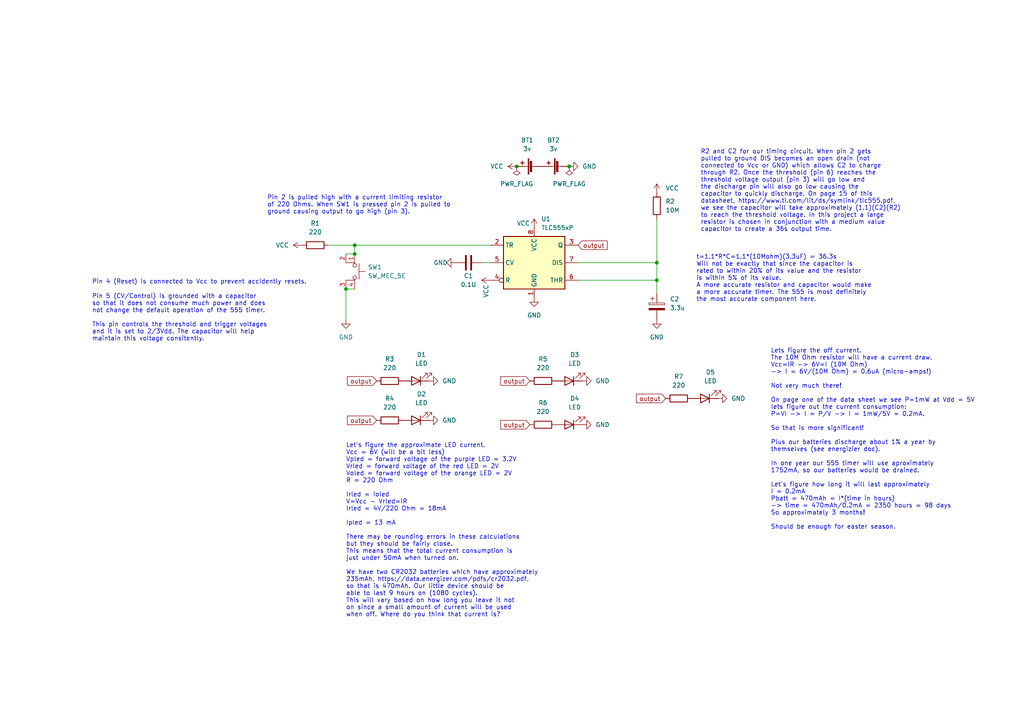
<source format=kicad_sch>
(kicad_sch (version 20211123) (generator eeschema)
  (paper "A4")
  (lib_symbols
    (symbol "Device:Battery_Cell" (pin_numbers hide) (pin_names (offset 0) hide)
      (property "Reference" "BT" (at 2.54 2.54 0))
      (property "Value" "Battery_Cell" (at 2.54 0 0))
      (symbol "Battery_Cell_0_1"
        (rectangle (start -2.286 1.778) (end 2.286 1.524) (fill (type outline)))
        (rectangle (start -1.5748 1.1938) (end 1.4732 0.6858) (fill (type outline)))
        (polyline (pts (xy 0 0.762) (xy 0 0)))
        (polyline (pts (xy 0 1.778) (xy 0 2.54)))
        (polyline (pts (xy 0.508 3.429) (xy 1.524 3.429)) (stroke (width 0.254)))
        (polyline (pts (xy 1.016 3.937) (xy 1.016 2.921)) (stroke (width 0.254)))
      )
      (symbol "Battery_Cell_1_1"
        (pin passive line (at 0 5.08 270) (length 2.54) (name "+") (number "1"))
        (pin passive line (at 0 -2.54 90) (length 2.54) (name "-") (number "2"))
      )
    )
    (symbol "Device:C" (pin_numbers hide) (pin_names (offset 0.254))
      (property "Reference" "C" (at 0.635 2.54 0))
      (property "Value" "C" (at 0.635 -2.54 0))
      (symbol "C_0_1"
        (polyline (pts (xy -2.032 -0.762) (xy 2.032 -0.762)) (stroke (width 0.508)))
        (polyline (pts (xy -2.032 0.762) (xy 2.032 0.762)) (stroke (width 0.508)))
      )
      (symbol "C_1_1"
        (pin passive line (at 0 3.81 270) (length 2.794) (name "~") (number "1"))
        (pin passive line (at 0 -3.81 90) (length 2.794) (name "~") (number "2"))
      )
    )
    (symbol "Device:C_Polarized" (pin_numbers hide) (pin_names (offset 0.254))
      (property "Reference" "C" (at 0.635 2.54 0))
      (property "Value" "C_Polarized" (at 0.635 -2.54 0))
      (symbol "C_Polarized_0_1"
        (rectangle (start -2.286 0.508) (end 2.286 1.016))
        (polyline (pts (xy -1.778 2.286) (xy -0.762 2.286)))
        (polyline (pts (xy -1.27 2.794) (xy -1.27 1.778)))
        (rectangle (start 2.286 -0.508) (end -2.286 -1.016) (fill (type outline)))
      )
      (symbol "C_Polarized_1_1"
        (pin passive line (at 0 3.81 270) (length 2.794) (name "~") (number "1"))
        (pin passive line (at 0 -3.81 90) (length 2.794) (name "~") (number "2"))
      )
    )
    (symbol "Device:LED" (pin_numbers hide) (pin_names (offset 1.016) hide)
      (property "Reference" "D" (at 0 2.54 0))
      (property "Value" "LED" (at 0 -2.54 0))
      (symbol "LED_0_1"
        (polyline (pts (xy -1.27 -1.27) (xy -1.27 1.27)) (stroke (width 0.254)))
        (polyline (pts (xy -1.27 0) (xy 1.27 0)))
        (polyline (pts (xy 1.27 -1.27) (xy 1.27 1.27) (xy -1.27 0) (xy 1.27 -1.27)) (stroke (width 0.254)))
        (polyline (pts (xy -3.048 -0.762) (xy -4.572 -2.286) (xy -3.81 -2.286) (xy -4.572 -2.286) (xy -4.572 -1.524)))
        (polyline (pts (xy -1.778 -0.762) (xy -3.302 -2.286) (xy -2.54 -2.286) (xy -3.302 -2.286) (xy -3.302 -1.524)))
      )
      (symbol "LED_1_1"
        (pin passive line (at -3.81 0 0) (length 2.54) (name "K") (number "1"))
        (pin passive line (at 3.81 0 180) (length 2.54) (name "A") (number "2"))
      )
    )
    (symbol "Device:R" (pin_numbers hide) (pin_names (offset 0))
      (property "Reference" "R" (at 2.032 0 90))
      (property "Value" "R" (at 0 0 90))
      (symbol "R_0_1"
        (rectangle (start -1.016 -2.54) (end 1.016 2.54) (stroke (width 0.254)))
      )
      (symbol "R_1_1"
        (pin passive line (at 0 3.81 270) (length 1.27) (name "~") (number "1"))
        (pin passive line (at 0 -3.81 90) (length 1.27) (name "~") (number "2"))
      )
    )
    (symbol "Switch:SW_MEC_5E" (pin_names (offset 1.016) hide)
      (property "Reference" "SW" (at 0.635 5.715 0))
      (property "Value" "SW_MEC_5E" (at 0 -3.175 0))
      (symbol "SW_MEC_5E_0_1"
        (circle (center -1.778 2.54) (radius 0.508))
        (polyline (pts (xy -2.286 3.81) (xy 2.286 3.81)))
        (polyline (pts (xy 0 3.81) (xy 0 5.588)))
        (polyline (pts (xy -2.54 0) (xy -2.54 2.54) (xy -2.286 2.54)))
        (polyline (pts (xy 2.54 0) (xy 2.54 2.54) (xy 2.286 2.54)))
        (circle (center 1.778 2.54) (radius 0.508))
        (pin passive line (at -5.08 2.54 0) (length 2.54) (name "1") (number "1"))
        (pin passive line (at -5.08 0 0) (length 2.54) (name "2") (number "2"))
        (pin passive line (at 5.08 0 180) (length 2.54) (name "K") (number "3"))
        (pin passive line (at 5.08 2.54 180) (length 2.54) (name "A") (number "4"))
      )
    )
    (symbol "Timer:TLC555xP"
      (property "Reference" "U" (at -10.16 8.89 0))
      (property "Value" "TLC555xP" (at 2.54 8.89 0))
      (symbol "TLC555xP_0_0"
        (pin power_in line (at 0 -10.16 90) (length 2.54) (name "GND") (number "1"))
        (pin power_in line (at 0 10.16 270) (length 2.54) (name "VCC") (number "8"))
      )
      (symbol "TLC555xP_0_1"
        (rectangle (start -8.89 -7.62) (end 8.89 7.62) (stroke (width 0.254)) (fill (type background)))
        (rectangle (start -8.89 -7.62) (end 8.89 7.62) (stroke (width 0.254)) (fill (type background)))
      )
      (symbol "TLC555xP_1_1"
        (pin input line (at -12.7 5.08 0) (length 3.81) (name "TR") (number "2"))
        (pin output line (at 12.7 5.08 180) (length 3.81) (name "Q") (number "3"))
        (pin input inverted (at -12.7 -5.08 0) (length 3.81) (name "R") (number "4"))
        (pin input line (at -12.7 0 0) (length 3.81) (name "CV") (number "5"))
        (pin input line (at 12.7 -5.08 180) (length 3.81) (name "THR") (number "6"))
        (pin input line (at 12.7 0 180) (length 3.81) (name "DIS") (number "7"))
      )
    )
    (symbol "power:GND" (power) (pin_names (offset 0))
      (property "Value" "GND" (at 0 -3.81 0))
      (symbol "GND_0_1"
        (polyline (pts (xy 0 0) (xy 0 -1.27) (xy 1.27 -1.27) (xy 0 -2.54) (xy -1.27 -1.27) (xy 0 -1.27)))
      )
      (symbol "GND_1_1"
        (pin power_in line (at 0 0 270) (length 0) hide (name "GND") (number "1"))
      )
    )
    (symbol "power:PWR_FLAG" (power) (pin_numbers hide) (pin_names (offset 0) hide)
      (property "Value" "PWR_FLAG" (at 0 3.81 0))
      (symbol "PWR_FLAG_0_0"
        (pin power_out line (at 0 0 90) (length 0) (name "pwr") (number "1"))
      )
      (symbol "PWR_FLAG_0_1"
        (polyline (pts (xy 0 0) (xy 0 1.27) (xy -1.016 1.905) (xy 0 2.54) (xy 1.016 1.905) (xy 0 1.27)))
      )
    )
    (symbol "power:VCC" (power) (pin_names (offset 0))
      (property "Value" "VCC" (at 0 3.81 0))
      (symbol "VCC_0_1"
        (polyline (pts (xy -0.762 1.27) (xy 0 2.54)))
        (polyline (pts (xy 0 0) (xy 0 2.54)))
        (polyline (pts (xy 0 2.54) (xy 0.762 1.27)))
      )
      (symbol "VCC_1_1"
        (pin power_in line (at 0 0 90) (length 0) hide (name "VCC") (number "1"))
      )
    )
  )
  (junction (at 102.87 73.66))
  (junction (at 165.1 48.26))
  (junction (at 100.33 83.82))
  (junction (at 149.86 48.26))
  (junction (at 190.5 76.2))
  (junction (at 102.87 71.12))
  (junction (at 190.5 81.28))
  (wire (pts (xy 167.64 76.2) (xy 190.5 76.2)))
  (wire (pts (xy 100.33 73.66) (xy 102.87 73.66)))
  (wire (pts (xy 190.5 63.5) (xy 190.5 76.2)))
  (wire (pts (xy 167.64 81.28) (xy 190.5 81.28)))
  (wire (pts (xy 190.5 81.28) (xy 190.5 85.09)))
  (wire (pts (xy 102.87 71.12) (xy 102.87 73.66)))
  (wire (pts (xy 100.33 83.82) (xy 100.33 92.71)))
  (wire (pts (xy 102.87 71.12) (xy 142.24 71.12)))
  (wire (pts (xy 139.7 76.2) (xy 142.24 76.2)))
  (wire (pts (xy 100.33 83.82) (xy 102.87 83.82)))
  (wire (pts (xy 95.25 71.12) (xy 102.87 71.12)))
  (wire (pts (xy 190.5 76.2) (xy 190.5 81.28)))
  (text "Pin 4 (Reset) is connected to Vcc to prevent accidently resets." (at 26.67 82.55 0) (effects (font (size 1.27 1.27)) (justify left bottom)))
  (text "t=1.1*R*C=1.1*(10Mohm)(3.3uF) = 36.3s\nWill not be exactly that since the capacitor is \nrated to within 20% of its value and the resistor\nis within 5% of its value. \nA more accurate resistor and capacitor would make\na more accurate timer. The 555 is most definitely \nthe most accurate component here." (at 201.93 87.63 0) (effects (font (size 1.27 1.27)) (justify left bottom)))
  (text "Pin 2 is pulled high with a current limiting resistor\nof 220 Ohms. When SW1 is pressed pin 2 is pulled to \nground causing output to go high (pin 3)." (at 77.47 62.23 0) (effects (font (size 1.27 1.27)) (justify left bottom)))
  (text "Pin 5 (CV/Control) is grounded with a capacitor\nso that it does not consume much power and does\nnot change the default operation of the 555 timer.\n\nThis pin controls the threshold and trigger voltages\nand it is set to 2/3Vdd. The capacitor will help\nmaintain this voltage consitently." (at 26.67 99.06 0) (effects (font (size 1.27 1.27)) (justify left bottom)))
  (text "Lets figure the off current.\nThe 10M Ohm resistor will have a current draw.\nVcc=IR -> 6V=I (10M Ohm)\n-> I = 6V/(10M Ohm) = 0.6uA (micro-amps!)\n\nNot very much there!\n\nOn page one of the data sheet we see P=1mW at Vdd = 5V\nlets figure out the current consumption:\nP=VI -> I = P/V -> I = 1mW/5V = 0.2mA.\n\nSo that is more significant! \n\nPlus our batteries discharge about 1% a year by\nthemselves (see energizier doc). \n\nIn one year our 555 timer will use aproximately\n1752mA, so our batteries would be drained. \n\nLet's figure how long it will last approximately\nI = 0.2mA\nPbatt = 470mAh = I*(time in hours)\n-> time = 470mAh/0.2mA = 2350 hours = 98 days\nSo approximately 3 months!\n\nShould be enough for easter season." (at 223.52 153.67 0) (effects (font (size 1.27 1.27)) (justify left bottom)))
  (text "Let's figure the approximate LED current.\nVcc = 6V (will be a bit less)\nVpled = forward voltage of the purple LED = 3.2V\nVrled = forward voltage of the red LED = 2V\nVoled = forward voltage of the orange LED = 2V\nR = 220 Ohm\n\nIrled = Ioled\nV=Vcc - Vrled=IR\nIrled = 4V/220 Ohm = 18mA\n\nIpled = 13 mA\n\nThere may be rounding errors in these calculations\nbut they should be fairly close.\nThis means that the total current consumption is\njust under 50mA when turned on. \n\nWe have two CR2032 batteries which have approximately\n235mAh, https://data.energizer.com/pdfs/cr2032.pdf,\nso that is 470mAh. Our little device should be \nable to last 9 hours on (1080 cycles). \nThis will vary based on how long you leave it not\non since a small amount of current will be used \nwhen off. Where do you think that current is?" (at 100.33 179.07 0) (effects (font (size 1.27 1.27)) (justify left bottom)))
  (text "R2 and C2 for our timing circuit. When pin 2 gets\npulled to ground DIS becomes an open drain (not \nconnected to Vcc or GND) which allows C2 to charge\nthrough R2. Once the threshold (pin 6) reaches the\nthreshold voltage output (pin 3) will go low and \nthe discharge pin will also go low causing the \ncapacitor to quickly discharge. On page 15 of this\ndatasheet, https://www.ti.com/lit/ds/symlink/tlc555.pdf,\nwe see the capacitor will take approximately (1.1)(C2)(R2)\nto reach the threshold voltage. In this project a large \nresistor is chosen in conjunction with a medium value \ncapacitor to create a 36s output time." (at 203.2 67.31 0) (effects (font (size 1.27 1.27)) (justify left bottom)))
  (global_label "output" (shape input) (at 153.67 110.49 180) (property "Intersheet References" "${INTERSHEET_REFS}" (effects hide)))
  (global_label "output" (shape input) (at 167.64 71.12 0) (property "Intersheet References" "${INTERSHEET_REFS}" (effects hide)))
  (global_label "output" (shape input) (at 109.22 121.92 180) (property "Intersheet References" "${INTERSHEET_REFS}" (effects hide)))
  (global_label "output" (shape input) (at 193.04 115.57 180) (property "Intersheet References" "${INTERSHEET_REFS}" (effects hide)))
  (global_label "output" (shape input) (at 109.22 110.49 180) (property "Intersheet References" "${INTERSHEET_REFS}" (effects hide)))
  (global_label "output" (shape input) (at 153.67 123.19 180) (property "Intersheet References" "${INTERSHEET_REFS}" (effects hide)))
  (symbol (lib_id "power:PWR_FLAG") (at 165.1 48.26 180) (unit 1)
    (property "Reference" "#FLG0101" (effects hide))
    (property "Value" "PWR_FLAG" (at 165.1 53.34 0))
  )
  (symbol (lib_id "Device:R") (at 113.03 110.49 270) (unit 1)
    (property "Reference" "R3" (at 113.03 104.14 90))
    (property "Value" "220" (at 113.03 106.68 90))
    (property "Footprint" "Resistor_THT:R_Axial_DIN0204_L3.6mm_D1.6mm_P7.62mm_Horizontal" (effects hide))
  )
  (symbol (lib_id "Device:R") (at 157.48 110.49 270) (unit 1)
    (property "Reference" "R5" (at 157.48 104.14 90))
    (property "Value" "220" (at 157.48 106.68 90))
    (property "Footprint" "Resistor_THT:R_Axial_DIN0204_L3.6mm_D1.6mm_P7.62mm_Horizontal" (effects hide))
  )
  (symbol (lib_id "power:VCC") (at 142.24 81.28 90) (unit 1)
    (property "Reference" "#PWR0113" (effects hide))
    (property "Value" "VCC" (at 140.97 86.36 0) (effects (justify left)))
  )
  (symbol (lib_id "power:GND") (at 100.33 92.71 0) (unit 1)
    (property "Reference" "#PWR0111" (effects hide))
    (property "Value" "GND" (at 100.33 97.79 0))
  )
  (symbol (lib_id "power:VCC") (at 149.86 48.26 90) (unit 1)
    (property "Reference" "#PWR0106" (effects hide))
    (property "Value" "VCC" (at 146.05 48.2599 90) (effects (justify left)))
  )
  (symbol (lib_id "power:GND") (at 124.46 121.92 90) (unit 1)
    (property "Reference" "#PWR0115" (effects hide))
    (property "Value" "GND" (at 128.27 121.9199 90) (effects (justify right)))
  )
  (symbol (lib_id "Device:R") (at 113.03 121.92 270) (unit 1)
    (property "Reference" "R4" (at 113.03 115.57 90))
    (property "Value" "220" (at 113.03 118.11 90))
    (property "Footprint" "Resistor_THT:R_Axial_DIN0204_L3.6mm_D1.6mm_P7.62mm_Horizontal" (effects hide))
  )
  (symbol (lib_id "Timer:TLC555xP") (at 154.94 76.2 0) (unit 1)
    (property "Reference" "U1" (at 156.9594 63.5 0) (effects (justify left)))
    (property "Value" "TLC555xP" (at 156.9594 66.04 0) (effects (justify left)))
    (property "Footprint" "Package_DIP:DIP-8_W7.62mm" (effects hide))
    (property "Datasheet" "http://www.ti.com/lit/ds/symlink/tlc555.pdf" (effects hide))
  )
  (symbol (lib_id "Device:LED") (at 204.47 115.57 180) (unit 1)
    (property "Reference" "D5" (at 206.0575 107.95 0))
    (property "Value" "LED" (at 206.0575 110.49 0))
    (property "Footprint" "LED_THT:LED_D5.0mm" (effects hide))
  )
  (symbol (lib_id "power:PWR_FLAG") (at 149.86 48.26 180) (unit 1)
    (property "Reference" "#FLG0102" (effects hide))
    (property "Value" "PWR_FLAG" (at 149.86 53.34 0))
  )
  (symbol (lib_id "Device:Battery_Cell") (at 162.56 48.26 90) (unit 1)
    (property "Reference" "BT2" (at 160.528 40.64 90))
    (property "Value" "3v" (at 160.528 43.18 90))
    (property "Footprint" "footprints:1066" (effects hide))
  )
  (symbol (lib_id "Device:Battery_Cell") (at 154.94 48.26 90) (unit 1)
    (property "Reference" "BT1" (at 152.908 40.64 90))
    (property "Value" "3v" (at 152.908 43.18 90))
    (property "Footprint" "footprints:1066" (effects hide))
  )
  (symbol (lib_id "power:GND") (at 165.1 48.26 90) (unit 1)
    (property "Reference" "#PWR0105" (effects hide))
    (property "Value" "GND" (at 168.91 48.2599 90) (effects (justify right)))
  )
  (symbol (lib_id "power:GND") (at 168.91 110.49 90) (unit 1)
    (property "Reference" "#PWR0102" (effects hide))
    (property "Value" "GND" (at 172.72 110.4899 90) (effects (justify right)))
  )
  (symbol (lib_id "power:GND") (at 154.94 86.36 0) (unit 1)
    (property "Reference" "#PWR0104" (effects hide))
    (property "Value" "GND" (at 154.94 91.44 0))
  )
  (symbol (lib_id "power:GND") (at 190.5 92.71 0) (unit 1)
    (property "Reference" "#PWR0107" (effects hide))
    (property "Value" "GND" (at 190.5 97.79 0))
  )
  (symbol (lib_id "Device:R") (at 91.44 71.12 90) (unit 1)
    (property "Reference" "R1" (at 91.44 64.77 90))
    (property "Value" "220" (at 91.44 67.31 90))
    (property "Footprint" "Resistor_THT:R_Axial_DIN0204_L3.6mm_D1.6mm_P7.62mm_Horizontal" (effects hide))
  )
  (symbol (lib_id "Device:C_Polarized") (at 190.5 88.9 0) (unit 1)
    (property "Reference" "C2" (at 194.31 86.7409 0) (effects (justify left)))
    (property "Value" "3.3u" (at 194.31 89.2809 0) (effects (justify left)))
    (property "Footprint" "Capacitor_THT:CP_Radial_D5.0mm_P2.50mm" (effects hide))
  )
  (symbol (lib_id "Device:LED") (at 165.1 123.19 180) (unit 1)
    (property "Reference" "D4" (at 166.6875 115.57 0))
    (property "Value" "LED" (at 166.6875 118.11 0))
    (property "Footprint" "LED_THT:LED_D5.0mm" (effects hide))
  )
  (symbol (lib_id "Device:R") (at 190.5 59.69 0) (unit 1)
    (property "Reference" "R2" (at 193.04 58.4199 0) (effects (justify left)))
    (property "Value" "10M" (at 193.04 60.9599 0) (effects (justify left)))
    (property "Footprint" "Resistor_THT:R_Axial_DIN0204_L3.6mm_D1.6mm_P7.62mm_Horizontal" (effects hide))
  )
  (symbol (lib_id "power:GND") (at 168.91 123.19 90) (unit 1)
    (property "Reference" "#PWR0101" (effects hide))
    (property "Value" "GND" (at 172.72 123.1899 90) (effects (justify right)))
  )
  (symbol (lib_id "Device:LED") (at 165.1 110.49 180) (unit 1)
    (property "Reference" "D3" (at 166.6875 102.87 0))
    (property "Value" "LED" (at 166.6875 105.41 0))
    (property "Footprint" "LED_THT:LED_D5.0mm" (effects hide))
  )
  (symbol (lib_id "power:GND") (at 124.46 110.49 90) (unit 1)
    (property "Reference" "#PWR0110" (effects hide))
    (property "Value" "GND" (at 128.27 110.4899 90) (effects (justify right)))
  )
  (symbol (lib_id "power:GND") (at 132.08 76.2 270) (unit 1)
    (property "Reference" "#PWR0114" (effects hide))
    (property "Value" "GND" (at 125.73 76.2 90) (effects (justify left)))
  )
  (symbol (lib_id "Device:R") (at 196.85 115.57 270) (unit 1)
    (property "Reference" "R7" (at 196.85 109.22 90))
    (property "Value" "220" (at 196.85 111.76 90))
    (property "Footprint" "Resistor_THT:R_Axial_DIN0204_L3.6mm_D1.6mm_P7.62mm_Horizontal" (effects hide))
  )
  (symbol (lib_id "Device:C") (at 135.89 76.2 270) (unit 1)
    (property "Reference" "C1" (at 135.89 80.01 90))
    (property "Value" "0.1U" (at 135.89 82.55 90))
    (property "Footprint" "Capacitor_THT:CP_Radial_D5.0mm_P2.50mm" (effects hide))
  )
  (symbol (lib_id "power:VCC") (at 190.5 55.88 0) (unit 1)
    (property "Reference" "#PWR0109" (effects hide))
    (property "Value" "VCC" (at 193.04 54.6099 0) (effects (justify left)))
  )
  (symbol (lib_id "power:VCC") (at 87.63 71.12 90) (unit 1)
    (property "Reference" "#PWR0112" (effects hide))
    (property "Value" "VCC" (at 83.82 71.1199 90) (effects (justify left)))
  )
  (symbol (lib_id "Device:R") (at 157.48 123.19 270) (unit 1)
    (property "Reference" "R6" (at 157.48 116.84 90))
    (property "Value" "220" (at 157.48 119.38 90))
    (property "Footprint" "Resistor_THT:R_Axial_DIN0204_L3.6mm_D1.6mm_P7.62mm_Horizontal" (effects hide))
  )
  (symbol (lib_id "power:GND") (at 208.28 115.57 90) (unit 1)
    (property "Reference" "#PWR0108" (effects hide))
    (property "Value" "GND" (at 212.09 115.5699 90) (effects (justify right)))
  )
  (symbol (lib_id "Switch:SW_MEC_5E") (at 100.33 78.74 270) (unit 1)
    (property "Reference" "SW1" (at 106.68 77.4699 90) (effects (justify left)))
    (property "Value" "SW_MEC_5E" (at 106.68 80.0099 90) (effects (justify left)))
    (property "Footprint" "footprints:SW_PUSH-12mm_kody" (effects hide))
    (property "Datasheet" "http://www.apem.com/int/index.php?controller=attachment&id_attachment=1371" (effects hide))
  )
  (symbol (lib_id "Device:LED") (at 120.65 110.49 180) (unit 1)
    (property "Reference" "D1" (at 122.2375 102.87 0))
    (property "Value" "LED" (at 122.2375 105.41 0))
    (property "Footprint" "LED_THT:LED_D5.0mm" (effects hide))
  )
  (symbol (lib_id "Device:LED") (at 120.65 121.92 180) (unit 1)
    (property "Reference" "D2" (at 122.2375 114.3 0))
    (property "Value" "LED" (at 122.2375 116.84 0))
    (property "Footprint" "LED_THT:LED_D5.0mm" (effects hide))
  )
  (symbol (lib_id "power:VCC") (at 154.94 66.04 0) (unit 1)
    (property "Reference" "#PWR0103" (effects hide))
    (property "Value" "VCC" (at 149.86 64.77 0) (effects (justify left)))
  )
)
</source>
